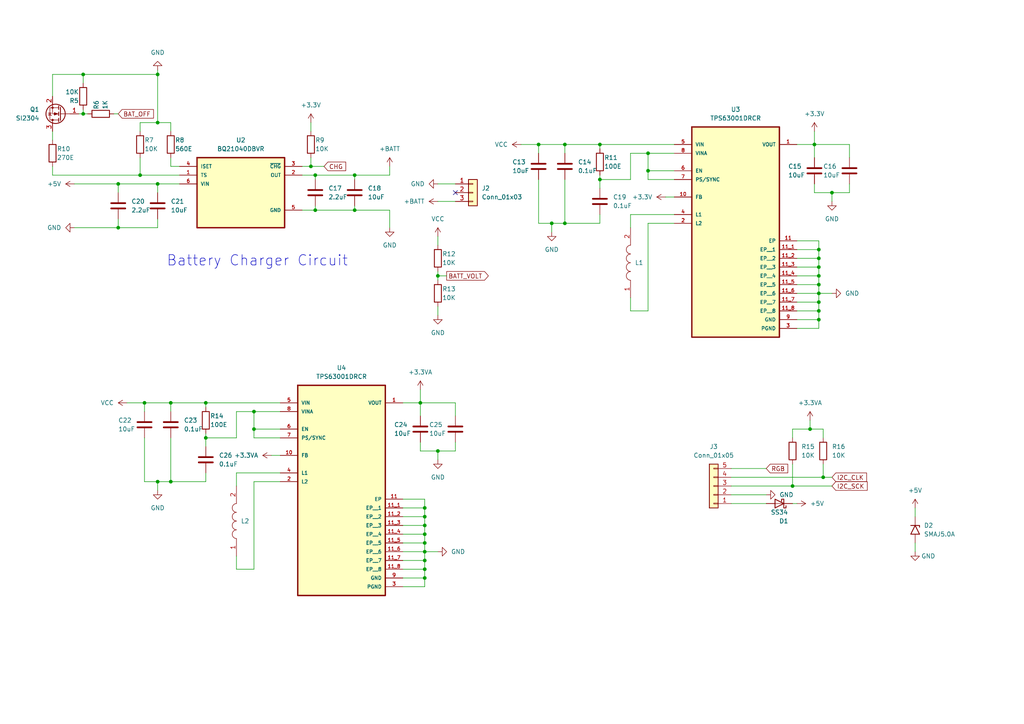
<source format=kicad_sch>
(kicad_sch (version 20230121) (generator eeschema)
  (paper "A4")
  (lib_symbols
    (symbol "Connector_Generic:Conn_01x03" (pin_names (offset 1.016) hide)
      (property "Reference" "J" (at 0 5.08 0))
      (property "Value" "Conn_01x03" (at 0 -5.08 0))
      (symbol "Conn_01x03_1_1"
        (rectangle (start -1.27 -2.413) (end 0 -2.667) (stroke (width 0.1524)))
        (rectangle (start -1.27 0.127) (end 0 -0.127) (stroke (width 0.1524)))
        (rectangle (start -1.27 2.667) (end 0 2.413) (stroke (width 0.1524)))
        (rectangle (start -1.27 3.81) (end 1.27 -3.81) (stroke (width 0.254)) (fill (type background)))
        (pin passive line (at -5.08 2.54 0) (length 3.81) (name "Pin_1") (number "1"))
        (pin passive line (at -5.08 0 0) (length 3.81) (name "Pin_2") (number "2"))
        (pin passive line (at -5.08 -2.54 0) (length 3.81) (name "Pin_3") (number "3"))
      )
    )
    (symbol "Connector_Generic:Conn_01x05" (pin_names (offset 1.016) hide)
      (property "Reference" "J" (at 0 7.62 0))
      (property "Value" "Conn_01x05" (at 0 -7.62 0))
      (symbol "Conn_01x05_1_1"
        (rectangle (start -1.27 -4.953) (end 0 -5.207) (stroke (width 0.1524)))
        (rectangle (start -1.27 -2.413) (end 0 -2.667) (stroke (width 0.1524)))
        (rectangle (start -1.27 0.127) (end 0 -0.127) (stroke (width 0.1524)))
        (rectangle (start -1.27 2.667) (end 0 2.413) (stroke (width 0.1524)))
        (rectangle (start -1.27 5.207) (end 0 4.953) (stroke (width 0.1524)))
        (rectangle (start -1.27 6.35) (end 1.27 -6.35) (stroke (width 0.254)) (fill (type background)))
        (pin passive line (at -5.08 5.08 0) (length 3.81) (name "Pin_1") (number "1"))
        (pin passive line (at -5.08 2.54 0) (length 3.81) (name "Pin_2") (number "2"))
        (pin passive line (at -5.08 0 0) (length 3.81) (name "Pin_3") (number "3"))
        (pin passive line (at -5.08 -2.54 0) (length 3.81) (name "Pin_4") (number "4"))
        (pin passive line (at -5.08 -5.08 0) (length 3.81) (name "Pin_5") (number "5"))
      )
    )
    (symbol "Device:C" (pin_numbers hide) (pin_names (offset 0.254))
      (property "Reference" "C" (at 0.635 2.54 0))
      (property "Value" "C" (at 0.635 -2.54 0))
      (symbol "C_0_1"
        (polyline (pts (xy -2.032 -0.762) (xy 2.032 -0.762)) (stroke (width 0.508)))
        (polyline (pts (xy -2.032 0.762) (xy 2.032 0.762)) (stroke (width 0.508)))
      )
      (symbol "C_1_1"
        (pin passive line (at 0 3.81 270) (length 2.794) (name "~") (number "1"))
        (pin passive line (at 0 -3.81 90) (length 2.794) (name "~") (number "2"))
      )
    )
    (symbol "Device:D_Schottky" (pin_numbers hide) (pin_names (offset 1.016) hide)
      (property "Reference" "D" (at 0 2.54 0))
      (property "Value" "D_Schottky" (at 0 -2.54 0))
      (symbol "D_Schottky_0_1"
        (polyline (pts (xy 1.27 0) (xy -1.27 0)))
        (polyline (pts (xy 1.27 1.27) (xy 1.27 -1.27) (xy -1.27 0) (xy 1.27 1.27)) (stroke (width 0.254)))
        (polyline (pts (xy -1.905 0.635) (xy -1.905 1.27) (xy -1.27 1.27) (xy -1.27 -1.27) (xy -0.635 -1.27) (xy -0.635 -0.635)) (stroke (width 0.254)))
      )
      (symbol "D_Schottky_1_1"
        (pin passive line (at -3.81 0 0) (length 2.54) (name "K") (number "1"))
        (pin passive line (at 3.81 0 180) (length 2.54) (name "A") (number "2"))
      )
    )
    (symbol "Device:Q_NMOS_GSD" (pin_names (offset 0) hide)
      (property "Reference" "Q" (at 5.08 1.27 0))
      (property "Value" "Q_NMOS_GSD" (at 5.08 -1.27 0))
      (symbol "Q_NMOS_GSD_0_1"
        (polyline (pts (xy 0.254 0) (xy -2.54 0)))
        (polyline (pts (xy 0.254 1.905) (xy 0.254 -1.905)) (stroke (width 0.254)))
        (polyline (pts (xy 0.762 -1.27) (xy 0.762 -2.286)) (stroke (width 0.254)))
        (polyline (pts (xy 0.762 0.508) (xy 0.762 -0.508)) (stroke (width 0.254)))
        (polyline (pts (xy 0.762 2.286) (xy 0.762 1.27)) (stroke (width 0.254)))
        (polyline (pts (xy 2.54 2.54) (xy 2.54 1.778)))
        (polyline (pts (xy 2.54 -2.54) (xy 2.54 0) (xy 0.762 0)))
        (polyline (pts (xy 0.762 -1.778) (xy 3.302 -1.778) (xy 3.302 1.778) (xy 0.762 1.778)))
        (polyline (pts (xy 1.016 0) (xy 2.032 0.381) (xy 2.032 -0.381) (xy 1.016 0)) (fill (type outline)))
        (polyline (pts (xy 2.794 0.508) (xy 2.921 0.381) (xy 3.683 0.381) (xy 3.81 0.254)))
        (polyline (pts (xy 3.302 0.381) (xy 2.921 -0.254) (xy 3.683 -0.254) (xy 3.302 0.381)))
        (circle (center 1.651 0) (radius 2.794) (stroke (width 0.254)))
        (circle (center 2.54 -1.778) (radius 0.254) (fill (type outline)))
        (circle (center 2.54 1.778) (radius 0.254) (fill (type outline)))
      )
      (symbol "Q_NMOS_GSD_1_1"
        (pin input line (at -5.08 0 0) (length 2.54) (name "G") (number "1"))
        (pin passive line (at 2.54 -5.08 90) (length 2.54) (name "S") (number "2"))
        (pin passive line (at 2.54 5.08 270) (length 2.54) (name "D") (number "3"))
      )
    )
    (symbol "Device:R" (pin_numbers hide) (pin_names (offset 0))
      (property "Reference" "R" (at 2.032 0 90))
      (property "Value" "R" (at 0 0 90))
      (symbol "R_0_1"
        (rectangle (start -1.016 -2.54) (end 1.016 2.54) (stroke (width 0.254)))
      )
      (symbol "R_1_1"
        (pin passive line (at 0 3.81 270) (length 1.27) (name "~") (number "1"))
        (pin passive line (at 0 -3.81 90) (length 1.27) (name "~") (number "2"))
      )
    )
    (symbol "Diode:SMAJ5.0A" (pin_numbers hide) (pin_names (offset 1.016) hide)
      (property "Reference" "D" (at 0 2.54 0))
      (property "Value" "SMAJ5.0A" (at 0 -2.54 0))
      (symbol "SMAJ5.0A_0_1"
        (polyline (pts (xy -0.762 1.27) (xy -1.27 1.27) (xy -1.27 -1.27)) (stroke (width 0.254)))
        (polyline (pts (xy 1.27 1.27) (xy 1.27 -1.27) (xy -1.27 0) (xy 1.27 1.27)) (stroke (width 0.254)))
      )
      (symbol "SMAJ5.0A_1_1"
        (pin passive line (at -3.81 0 0) (length 2.54) (name "A1") (number "1"))
        (pin passive line (at 3.81 0 180) (length 2.54) (name "A2") (number "2"))
      )
    )
    (symbol "Dotworld:BQ21040DBVR" (pin_names (offset 1.016))
      (property "Reference" "U" (at -12.7 11.16 0))
      (property "Value" "BQ21040DBVR" (at -12.7 -14.16 0))
      (symbol "BQ21040DBVR_0_0"
        (rectangle (start -12.7 -10.16) (end 12.7 10.16) (stroke (width 0.41)) (fill (type background)))
        (pin input line (at -17.78 5.08 0) (length 5.08) (name "TS") (number "1"))
        (pin output line (at 17.78 5.08 180) (length 5.08) (name "OUT") (number "2"))
        (pin output line (at 17.78 7.62 180) (length 5.08) (name "~{CHG}") (number "3"))
        (pin input line (at -17.78 7.62 0) (length 5.08) (name "ISET") (number "4"))
        (pin power_in line (at 17.78 -5.08 180) (length 5.08) (name "GND") (number "5"))
        (pin input line (at -17.78 2.54 0) (length 5.08) (name "VIN") (number "6"))
      )
    )
    (symbol "Dotworld:TPS63000DRCR" (pin_names (offset 1.016))
      (property "Reference" "U" (at -12.6278 20.8063 0))
      (property "Value" "TPS63000DRCR" (at -12.8025 -43.1601 0))
      (symbol "TPS63000DRCR_0_0"
        (rectangle (start -12.7 -40.64) (end 12.7 20.32) (stroke (width 0.4064)) (fill (type background)))
        (pin output line (at 17.78 15.24 180) (length 5.08) (name "VOUT") (number "1"))
        (pin input line (at -17.78 0 0) (length 5.08) (name "FB") (number "10"))
        (pin power_in line (at 17.78 -12.7 180) (length 5.08) (name "EP") (number "11"))
        (pin power_in line (at 17.78 -15.24 180) (length 5.08) (name "EP__1") (number "11_1"))
        (pin power_in line (at 17.78 -17.78 180) (length 5.08) (name "EP__2") (number "11_2"))
        (pin power_in line (at 17.78 -20.32 180) (length 5.08) (name "EP__3") (number "11_3"))
        (pin power_in line (at 17.78 -22.86 180) (length 5.08) (name "EP__4") (number "11_4"))
        (pin power_in line (at 17.78 -25.4 180) (length 5.08) (name "EP__5") (number "11_5"))
        (pin power_in line (at 17.78 -27.94 180) (length 5.08) (name "EP__6") (number "11_6"))
        (pin power_in line (at 17.78 -30.48 180) (length 5.08) (name "EP__7") (number "11_7"))
        (pin power_in line (at 17.78 -33.02 180) (length 5.08) (name "EP__8") (number "11_8"))
        (pin input line (at -17.78 -7.62 0) (length 5.08) (name "L2") (number "2"))
        (pin power_in line (at 17.78 -38.1 180) (length 5.08) (name "PGND") (number "3"))
        (pin input line (at -17.78 -5.08 0) (length 5.08) (name "L1") (number "4"))
        (pin input line (at -17.78 15.24 0) (length 5.08) (name "VIN") (number "5"))
        (pin input line (at -17.78 7.62 0) (length 5.08) (name "EN") (number "6"))
        (pin input line (at -17.78 5.08 0) (length 5.08) (name "PS/SYNC") (number "7"))
        (pin input line (at -17.78 12.7 0) (length 5.08) (name "VINA") (number "8"))
        (pin power_in line (at 17.78 -35.56 180) (length 5.08) (name "GND") (number "9"))
      )
    )
    (symbol "Symbols:SRN8040-100M_INDUC" (pin_names (offset 0.762))
      (property "Reference" "L" (at 16.51 6.35 0))
      (symbol "SRN8040-100M_INDUC_0_0"
        (pin passive line (at -10.16 0 0) (length 5.08) (name "~") (number "1"))
        (pin passive line (at 10.16 0 180) (length 5.08) (name "~") (number "2"))
      )
      (symbol "SRN8040-100M_INDUC_0_1"
        (arc (start -2.54 0) (mid -3.81 1.2202) (end -5.08 0) (stroke (width 0.1524)))
        (arc (start 0 0) (mid -1.27 1.2202) (end -2.54 0) (stroke (width 0.1524)))
        (arc (start 2.54 0) (mid 1.27 1.2202) (end 0 0) (stroke (width 0.1524)))
        (arc (start 5.08 0) (mid 3.81 1.2202) (end 2.54 0) (stroke (width 0.1524)))
      )
    )
    (symbol "VCC_1" (power) (pin_names (offset 0))
      (property "Value" "VCC_1" (at 0 3.81 0))
      (symbol "VCC_1_0_1"
        (polyline (pts (xy -0.762 1.27) (xy 0 2.54)))
        (polyline (pts (xy 0 0) (xy 0 2.54)))
        (polyline (pts (xy 0 2.54) (xy 0.762 1.27)))
      )
      (symbol "VCC_1_1_1"
        (pin power_in line (at 0 0 90) (length 0) hide (name "VCC") (number "1"))
      )
    )
    (symbol "power:+3.3V" (power) (pin_names (offset 0))
      (property "Value" "+3.3V" (at 0 3.556 0))
      (symbol "+3.3V_0_1"
        (polyline (pts (xy -0.762 1.27) (xy 0 2.54)))
        (polyline (pts (xy 0 0) (xy 0 2.54)))
        (polyline (pts (xy 0 2.54) (xy 0.762 1.27)))
      )
      (symbol "+3.3V_1_1"
        (pin power_in line (at 0 0 90) (length 0) hide (name "+3.3V") (number "1"))
      )
    )
    (symbol "power:+3.3VA" (power) (pin_names (offset 0))
      (property "Value" "+3.3VA" (at 0 3.556 0))
      (symbol "+3.3VA_0_1"
        (polyline (pts (xy -0.762 1.27) (xy 0 2.54)))
        (polyline (pts (xy 0 0) (xy 0 2.54)))
        (polyline (pts (xy 0 2.54) (xy 0.762 1.27)))
      )
      (symbol "+3.3VA_1_1"
        (pin power_in line (at 0 0 90) (length 0) hide (name "+3.3VA") (number "1"))
      )
    )
    (symbol "power:+5V" (power) (pin_names (offset 0))
      (property "Value" "+5V" (at 0 3.556 0))
      (symbol "+5V_0_1"
        (polyline (pts (xy -0.762 1.27) (xy 0 2.54)))
        (polyline (pts (xy 0 0) (xy 0 2.54)))
        (polyline (pts (xy 0 2.54) (xy 0.762 1.27)))
      )
      (symbol "+5V_1_1"
        (pin power_in line (at 0 0 90) (length 0) hide (name "+5V") (number "1"))
      )
    )
    (symbol "power:+BATT" (power) (pin_names (offset 0))
      (property "Value" "+BATT" (at 0 3.556 0))
      (symbol "+BATT_0_1"
        (polyline (pts (xy -0.762 1.27) (xy 0 2.54)))
        (polyline (pts (xy 0 0) (xy 0 2.54)))
        (polyline (pts (xy 0 2.54) (xy 0.762 1.27)))
      )
      (symbol "+BATT_1_1"
        (pin power_in line (at 0 0 90) (length 0) hide (name "+BATT") (number "1"))
      )
    )
    (symbol "power:GND" (power) (pin_names (offset 0))
      (property "Value" "GND" (at 0 -3.81 0))
      (symbol "GND_0_1"
        (polyline (pts (xy 0 0) (xy 0 -1.27) (xy 1.27 -1.27) (xy 0 -2.54) (xy -1.27 -1.27) (xy 0 -1.27)))
      )
      (symbol "GND_1_1"
        (pin power_in line (at 0 0 270) (length 0) hide (name "GND") (number "1"))
      )
    )
    (symbol "power:VCC" (power) (pin_names (offset 0))
      (property "Value" "VCC" (at 0 3.81 0))
      (symbol "VCC_0_1"
        (polyline (pts (xy -0.762 1.27) (xy 0 2.54)))
        (polyline (pts (xy 0 0) (xy 0 2.54)))
        (polyline (pts (xy 0 2.54) (xy 0.762 1.27)))
      )
      (symbol "VCC_1_1"
        (pin power_in line (at 0 0 90) (length 0) hide (name "VCC") (number "1"))
      )
    )
  )
  (junction (at 73.66 119.38))
  (junction (at 229.87 140.97))
  (junction (at 127 130.81))
  (junction (at 49.53 139.7))
  (junction (at 237.49 80.01))
  (junction (at 123.19 147.32))
  (junction (at 173.99 52.07))
  (junction (at 90.17 48.26))
  (junction (at 91.44 60.96))
  (junction (at 163.83 41.91))
  (junction (at 24.13 33.02))
  (junction (at 163.83 64.77))
  (junction (at 59.69 127))
  (junction (at 187.96 49.53))
  (junction (at 45.72 35.56))
  (junction (at 237.49 87.63))
  (junction (at 173.99 41.91))
  (junction (at 123.19 160.02))
  (junction (at 24.13 21.59))
  (junction (at 241.3 55.88))
  (junction (at 49.53 116.84))
  (junction (at 238.76 138.43))
  (junction (at 156.21 41.91))
  (junction (at 123.19 167.64))
  (junction (at 41.91 116.84))
  (junction (at 237.49 92.71))
  (junction (at 91.44 50.8))
  (junction (at 102.87 50.8))
  (junction (at 123.19 157.48))
  (junction (at 237.49 82.55))
  (junction (at 121.92 116.84))
  (junction (at 237.49 90.17))
  (junction (at 34.29 66.04))
  (junction (at 234.95 124.46))
  (junction (at 34.29 53.34))
  (junction (at 45.72 139.7))
  (junction (at 123.19 165.1))
  (junction (at 59.69 116.84))
  (junction (at 123.19 154.94))
  (junction (at 102.87 60.96))
  (junction (at 123.19 152.4))
  (junction (at 45.72 53.34))
  (junction (at 45.72 21.59))
  (junction (at 127 80.01))
  (junction (at 236.22 41.91))
  (junction (at 40.64 50.8))
  (junction (at 187.96 44.45))
  (junction (at 73.66 124.46))
  (junction (at 123.19 162.56))
  (junction (at 123.19 149.86))
  (junction (at 237.49 74.93))
  (junction (at 160.02 64.77))
  (junction (at 237.49 85.09))
  (junction (at 237.49 72.39))
  (junction (at 237.49 77.47))
  (no_connect (at 132.08 55.88))
  (wire (pts (xy 102.87 50.8) (xy 102.87 52.07)))
  (wire (pts (xy 49.53 139.7) (xy 49.53 127)))
  (wire (pts (xy 237.49 69.85) (xy 237.49 72.39)))
  (wire (pts (xy 116.84 154.94) (xy 123.19 154.94)))
  (wire (pts (xy 123.19 162.56) (xy 123.19 165.1)))
  (wire (pts (xy 59.69 116.84) (xy 59.69 118.11)))
  (wire (pts (xy 237.49 87.63) (xy 237.49 90.17)))
  (wire (pts (xy 49.53 116.84) (xy 49.53 119.38)))
  (wire (pts (xy 156.21 64.77) (xy 160.02 64.77)))
  (wire (pts (xy 34.29 53.34) (xy 34.29 55.88)))
  (wire (pts (xy 90.17 48.26) (xy 90.17 45.72)))
  (wire (pts (xy 45.72 63.5) (xy 45.72 66.04)))
  (wire (pts (xy 182.88 62.23) (xy 195.58 62.23)))
  (wire (pts (xy 231.14 80.01) (xy 237.49 80.01)))
  (wire (pts (xy 116.84 160.02) (xy 123.19 160.02)))
  (wire (pts (xy 173.99 41.91) (xy 195.58 41.91)))
  (wire (pts (xy 237.49 80.01) (xy 237.49 82.55)))
  (wire (pts (xy 127 53.34) (xy 132.08 53.34)))
  (wire (pts (xy 156.21 52.07) (xy 156.21 64.77)))
  (wire (pts (xy 231.14 41.91) (xy 236.22 41.91)))
  (wire (pts (xy 123.19 154.94) (xy 123.19 157.48)))
  (wire (pts (xy 123.19 152.4) (xy 123.19 154.94)))
  (wire (pts (xy 123.19 160.02) (xy 123.19 162.56)))
  (wire (pts (xy 73.66 124.46) (xy 73.66 127)))
  (wire (pts (xy 231.14 72.39) (xy 237.49 72.39)))
  (wire (pts (xy 121.92 113.03) (xy 121.92 116.84)))
  (wire (pts (xy 123.19 167.64) (xy 123.19 170.18)))
  (wire (pts (xy 123.19 165.1) (xy 123.19 167.64)))
  (wire (pts (xy 113.03 48.26) (xy 113.03 50.8)))
  (wire (pts (xy 236.22 53.34) (xy 236.22 55.88)))
  (wire (pts (xy 237.49 92.71) (xy 237.49 95.25)))
  (wire (pts (xy 163.83 64.77) (xy 163.83 52.07)))
  (wire (pts (xy 238.76 134.62) (xy 238.76 138.43)))
  (wire (pts (xy 236.22 38.1) (xy 236.22 41.91)))
  (wire (pts (xy 241.3 55.88) (xy 241.3 58.42)))
  (wire (pts (xy 182.88 66.04) (xy 182.88 62.23)))
  (wire (pts (xy 52.07 50.8) (xy 40.64 50.8)))
  (wire (pts (xy 116.84 149.86) (xy 123.19 149.86)))
  (wire (pts (xy 127 80.01) (xy 129.54 80.01)))
  (wire (pts (xy 45.72 21.59) (xy 45.72 35.56)))
  (wire (pts (xy 238.76 138.43) (xy 241.3 138.43)))
  (wire (pts (xy 45.72 53.34) (xy 52.07 53.34)))
  (wire (pts (xy 52.07 48.26) (xy 49.53 48.26)))
  (wire (pts (xy 49.53 116.84) (xy 59.69 116.84)))
  (wire (pts (xy 40.64 38.1) (xy 40.64 35.56)))
  (wire (pts (xy 73.66 119.38) (xy 73.66 124.46)))
  (wire (pts (xy 116.84 165.1) (xy 123.19 165.1)))
  (wire (pts (xy 22.86 33.02) (xy 24.13 33.02)))
  (wire (pts (xy 132.08 116.84) (xy 132.08 120.65)))
  (wire (pts (xy 241.3 55.88) (xy 246.38 55.88)))
  (wire (pts (xy 212.09 135.89) (xy 222.25 135.89)))
  (wire (pts (xy 49.53 48.26) (xy 49.53 45.72)))
  (wire (pts (xy 187.96 52.07) (xy 195.58 52.07)))
  (wire (pts (xy 121.92 116.84) (xy 121.92 120.65)))
  (wire (pts (xy 68.58 119.38) (xy 73.66 119.38)))
  (wire (pts (xy 231.14 69.85) (xy 237.49 69.85)))
  (wire (pts (xy 160.02 67.31) (xy 160.02 64.77)))
  (wire (pts (xy 163.83 41.91) (xy 163.83 44.45)))
  (wire (pts (xy 68.58 127) (xy 68.58 119.38)))
  (wire (pts (xy 127 68.58) (xy 127 71.12)))
  (wire (pts (xy 116.84 152.4) (xy 123.19 152.4)))
  (wire (pts (xy 90.17 48.26) (xy 93.98 48.26)))
  (wire (pts (xy 127 78.74) (xy 127 80.01)))
  (wire (pts (xy 231.14 92.71) (xy 237.49 92.71)))
  (wire (pts (xy 173.99 52.07) (xy 173.99 54.61)))
  (wire (pts (xy 265.43 147.32) (xy 265.43 149.86)))
  (wire (pts (xy 15.24 21.59) (xy 15.24 27.94)))
  (wire (pts (xy 182.88 52.07) (xy 182.88 44.45)))
  (wire (pts (xy 41.91 127) (xy 41.91 139.7)))
  (wire (pts (xy 21.59 66.04) (xy 34.29 66.04)))
  (wire (pts (xy 113.03 66.04) (xy 113.03 60.96)))
  (wire (pts (xy 182.88 90.17) (xy 182.88 86.36)))
  (wire (pts (xy 231.14 74.93) (xy 237.49 74.93)))
  (wire (pts (xy 73.66 127) (xy 81.28 127)))
  (wire (pts (xy 231.14 87.63) (xy 237.49 87.63)))
  (wire (pts (xy 24.13 24.13) (xy 24.13 21.59)))
  (wire (pts (xy 59.69 125.73) (xy 59.69 127)))
  (wire (pts (xy 45.72 20.32) (xy 45.72 21.59)))
  (wire (pts (xy 36.83 116.84) (xy 41.91 116.84)))
  (wire (pts (xy 127 58.42) (xy 132.08 58.42)))
  (wire (pts (xy 15.24 38.1) (xy 15.24 40.64)))
  (wire (pts (xy 156.21 44.45) (xy 156.21 41.91)))
  (wire (pts (xy 45.72 139.7) (xy 49.53 139.7)))
  (wire (pts (xy 123.19 149.86) (xy 123.19 152.4)))
  (wire (pts (xy 237.49 90.17) (xy 237.49 92.71)))
  (wire (pts (xy 237.49 77.47) (xy 237.49 80.01)))
  (wire (pts (xy 73.66 165.1) (xy 68.58 165.1)))
  (wire (pts (xy 102.87 60.96) (xy 113.03 60.96)))
  (wire (pts (xy 163.83 64.77) (xy 173.99 64.77)))
  (wire (pts (xy 41.91 119.38) (xy 41.91 116.84)))
  (wire (pts (xy 187.96 49.53) (xy 195.58 49.53)))
  (wire (pts (xy 246.38 55.88) (xy 246.38 53.34)))
  (wire (pts (xy 127 130.81) (xy 132.08 130.81)))
  (wire (pts (xy 73.66 124.46) (xy 81.28 124.46)))
  (wire (pts (xy 87.63 48.26) (xy 90.17 48.26)))
  (wire (pts (xy 34.29 63.5) (xy 34.29 66.04)))
  (wire (pts (xy 116.84 162.56) (xy 123.19 162.56)))
  (wire (pts (xy 187.96 44.45) (xy 195.58 44.45)))
  (wire (pts (xy 231.14 146.05) (xy 229.87 146.05)))
  (wire (pts (xy 173.99 52.07) (xy 182.88 52.07)))
  (wire (pts (xy 87.63 60.96) (xy 91.44 60.96)))
  (wire (pts (xy 187.96 44.45) (xy 187.96 49.53)))
  (wire (pts (xy 123.19 157.48) (xy 123.19 160.02)))
  (wire (pts (xy 33.02 33.02) (xy 34.29 33.02)))
  (wire (pts (xy 236.22 55.88) (xy 241.3 55.88)))
  (wire (pts (xy 15.24 48.26) (xy 15.24 50.8)))
  (wire (pts (xy 127 91.44) (xy 127 88.9)))
  (wire (pts (xy 41.91 139.7) (xy 45.72 139.7)))
  (wire (pts (xy 116.84 167.64) (xy 123.19 167.64)))
  (wire (pts (xy 231.14 82.55) (xy 237.49 82.55)))
  (wire (pts (xy 156.21 41.91) (xy 163.83 41.91)))
  (wire (pts (xy 15.24 21.59) (xy 24.13 21.59)))
  (wire (pts (xy 59.69 139.7) (xy 59.69 137.16)))
  (wire (pts (xy 123.19 160.02) (xy 127 160.02)))
  (wire (pts (xy 132.08 130.81) (xy 132.08 128.27)))
  (wire (pts (xy 187.96 90.17) (xy 182.88 90.17)))
  (wire (pts (xy 231.14 95.25) (xy 237.49 95.25)))
  (wire (pts (xy 212.09 146.05) (xy 222.25 146.05)))
  (wire (pts (xy 34.29 66.04) (xy 45.72 66.04)))
  (wire (pts (xy 127 130.81) (xy 127 133.35)))
  (wire (pts (xy 49.53 35.56) (xy 49.53 38.1)))
  (wire (pts (xy 116.84 147.32) (xy 123.19 147.32)))
  (wire (pts (xy 24.13 33.02) (xy 25.4 33.02)))
  (wire (pts (xy 21.59 53.34) (xy 34.29 53.34)))
  (wire (pts (xy 231.14 90.17) (xy 237.49 90.17)))
  (wire (pts (xy 121.92 116.84) (xy 132.08 116.84)))
  (wire (pts (xy 78.74 132.08) (xy 81.28 132.08)))
  (wire (pts (xy 68.58 140.97) (xy 68.58 137.16)))
  (wire (pts (xy 73.66 119.38) (xy 81.28 119.38)))
  (wire (pts (xy 45.72 35.56) (xy 49.53 35.56)))
  (wire (pts (xy 212.09 140.97) (xy 229.87 140.97)))
  (wire (pts (xy 81.28 139.7) (xy 73.66 139.7)))
  (wire (pts (xy 123.19 147.32) (xy 123.19 149.86)))
  (wire (pts (xy 238.76 124.46) (xy 238.76 127)))
  (wire (pts (xy 193.04 57.15) (xy 195.58 57.15)))
  (wire (pts (xy 237.49 74.93) (xy 237.49 77.47)))
  (wire (pts (xy 91.44 50.8) (xy 91.44 52.07)))
  (wire (pts (xy 173.99 50.8) (xy 173.99 52.07)))
  (wire (pts (xy 24.13 31.75) (xy 24.13 33.02)))
  (wire (pts (xy 91.44 60.96) (xy 102.87 60.96)))
  (wire (pts (xy 212.09 143.51) (xy 222.25 143.51)))
  (wire (pts (xy 123.19 144.78) (xy 123.19 147.32)))
  (wire (pts (xy 45.72 142.24) (xy 45.72 139.7)))
  (wire (pts (xy 121.92 128.27) (xy 121.92 130.81)))
  (wire (pts (xy 212.09 138.43) (xy 238.76 138.43)))
  (wire (pts (xy 231.14 77.47) (xy 237.49 77.47)))
  (wire (pts (xy 91.44 59.69) (xy 91.44 60.96)))
  (wire (pts (xy 91.44 50.8) (xy 102.87 50.8)))
  (wire (pts (xy 234.95 124.46) (xy 238.76 124.46)))
  (wire (pts (xy 15.24 50.8) (xy 40.64 50.8)))
  (wire (pts (xy 237.49 72.39) (xy 237.49 74.93)))
  (wire (pts (xy 59.69 127) (xy 59.69 129.54)))
  (wire (pts (xy 68.58 137.16) (xy 81.28 137.16)))
  (wire (pts (xy 237.49 85.09) (xy 237.49 87.63)))
  (wire (pts (xy 59.69 127) (xy 68.58 127)))
  (wire (pts (xy 187.96 64.77) (xy 187.96 90.17)))
  (wire (pts (xy 102.87 59.69) (xy 102.87 60.96)))
  (wire (pts (xy 229.87 127) (xy 229.87 124.46)))
  (wire (pts (xy 173.99 41.91) (xy 173.99 43.18)))
  (wire (pts (xy 234.95 121.92) (xy 234.95 124.46)))
  (wire (pts (xy 34.29 53.34) (xy 45.72 53.34)))
  (wire (pts (xy 231.14 85.09) (xy 237.49 85.09)))
  (wire (pts (xy 102.87 50.8) (xy 113.03 50.8)))
  (wire (pts (xy 182.88 44.45) (xy 187.96 44.45)))
  (wire (pts (xy 41.91 116.84) (xy 49.53 116.84)))
  (wire (pts (xy 24.13 21.59) (xy 45.72 21.59)))
  (wire (pts (xy 187.96 49.53) (xy 187.96 52.07)))
  (wire (pts (xy 59.69 116.84) (xy 81.28 116.84)))
  (wire (pts (xy 49.53 139.7) (xy 59.69 139.7)))
  (wire (pts (xy 246.38 41.91) (xy 246.38 45.72)))
  (wire (pts (xy 241.3 140.97) (xy 229.87 140.97)))
  (wire (pts (xy 116.84 157.48) (xy 123.19 157.48)))
  (wire (pts (xy 229.87 124.46) (xy 234.95 124.46)))
  (wire (pts (xy 127 80.01) (xy 127 81.28)))
  (wire (pts (xy 116.84 144.78) (xy 123.19 144.78)))
  (wire (pts (xy 90.17 35.56) (xy 90.17 38.1)))
  (wire (pts (xy 87.63 50.8) (xy 91.44 50.8)))
  (wire (pts (xy 40.64 35.56) (xy 45.72 35.56)))
  (wire (pts (xy 116.84 116.84) (xy 121.92 116.84)))
  (wire (pts (xy 160.02 64.77) (xy 163.83 64.77)))
  (wire (pts (xy 73.66 139.7) (xy 73.66 165.1)))
  (wire (pts (xy 265.43 157.48) (xy 265.43 160.02)))
  (wire (pts (xy 229.87 134.62) (xy 229.87 140.97)))
  (wire (pts (xy 45.72 53.34) (xy 45.72 55.88)))
  (wire (pts (xy 236.22 41.91) (xy 236.22 45.72)))
  (wire (pts (xy 151.13 41.91) (xy 156.21 41.91)))
  (wire (pts (xy 237.49 85.09) (xy 241.3 85.09)))
  (wire (pts (xy 237.49 82.55) (xy 237.49 85.09)))
  (wire (pts (xy 173.99 64.77) (xy 173.99 62.23)))
  (wire (pts (xy 163.83 41.91) (xy 173.99 41.91)))
  (wire (pts (xy 121.92 130.81) (xy 127 130.81)))
  (wire (pts (xy 68.58 165.1) (xy 68.58 161.29)))
  (wire (pts (xy 116.84 170.18) (xy 123.19 170.18)))
  (wire (pts (xy 40.64 50.8) (xy 40.64 45.72)))
  (wire (pts (xy 195.58 64.77) (xy 187.96 64.77)))
  (wire (pts (xy 236.22 41.91) (xy 246.38 41.91)))
  (text "Battery Charger Circuit" (at 48.26 77.47 0) (effects (font (size 3 3)) (justify left bottom)))
  (global_label "BAT_OFF" (shape input) (at 34.29 33.02 0) (property "Intersheetrefs" "${INTERSHEET_REFS}" (effects hide)))
  (global_label "I2C_SCK" (shape input) (at 241.3 140.97 0) (property "Intersheetrefs" "${INTERSHEET_REFS}" (effects hide)))
  (global_label "CHG" (shape input) (at 93.98 48.26 0) (property "Intersheetrefs" "${INTERSHEET_REFS}" (effects hide)))
  (global_label "I2C_CLK" (shape input) (at 241.3 138.43 0) (property "Intersheetrefs" "${INTERSHEET_REFS}" (effects hide)))
  (global_label "RGB" (shape input) (at 222.25 135.89 0) (property "Intersheetrefs" "${INTERSHEET_REFS}" (effects hide)))
  (global_label "BATT_VOLT" (shape output) (at 129.54 80.01 0) (property "Intersheetrefs" "${INTERSHEET_REFS}" (effects hide)))
  (symbol (lib_id "Device:C") (at 156.21 48.26 0) (unit 1)
    (property "Reference" "C13" (at 148.59 46.99 0) (effects (justify left)))
    (property "Value" "10uF" (at 148.59 49.53 0) (effects (justify left)))
    (property "Footprint" "Capacitor_SMD:C_0603_1608Metric" (effects hide))
  )
  (symbol (lib_id "Device:C") (at 34.29 59.69 0) (unit 1)
    (property "Reference" "C20" (at 38.1 58.42 0) (effects (justify left)))
    (property "Value" "2.2uF" (at 38.1 60.96 0) (effects (justify left)))
    (property "Footprint" "Capacitor_SMD:C_0603_1608Metric" (effects hide))
  )
  (symbol (lib_id "Device:C") (at 91.44 55.88 0) (unit 1)
    (property "Reference" "C17" (at 95.25 54.61 0) (effects (justify left)))
    (property "Value" "2.2uF" (at 95.25 57.15 0) (effects (justify left)))
    (property "Footprint" "Capacitor_SMD:C_0603_1608Metric" (effects hide))
  )
  (symbol (lib_id "power:GND") (at 127 91.44 0) (unit 1)
    (property "Reference" "#PWR024" (effects hide))
    (property "Value" "GND" (at 127 96.52 0))
  )
  (symbol (lib_id "Device:R") (at 29.21 33.02 90) (unit 1)
    (property "Reference" "R6" (at 27.94 31.75 0) (effects (justify left)))
    (property "Value" "1K" (at 30.48 31.75 0) (effects (justify left)))
    (property "Footprint" "Resistor_SMD:R_0402_1005Metric" (effects hide))
  )
  (symbol (lib_id "Device:R") (at 15.24 44.45 0) (unit 1)
    (property "Reference" "R10" (at 16.51 43.18 0) (effects (justify left)))
    (property "Value" "270E" (at 16.51 45.72 0) (effects (justify left)))
    (property "Footprint" "Resistor_SMD:R_0402_1005Metric" (effects hide))
  )
  (symbol (lib_id "Dotworld:TPS63000DRCR") (at 213.36 57.15 0) (unit 1)
    (property "Reference" "U3" (at 213.36 31.75 0))
    (property "Value" "TPS63001DRCR" (at 213.36 34.29 0))
    (property "Footprint" "Dotworld:TPS63000DRCR" (effects hide))
    (property "PARTREV" "OCT 2015" (effects hide))
    (property "STANDARD" "Manufacturer Recommendation" (effects hide))
    (property "MANUFACTURER" "Texas Instruments" (effects hide))
  )
  (symbol (lib_id "power:GND") (at 222.25 143.51 90) (unit 1)
    (property "Reference" "#PWR031" (effects hide))
    (property "Value" "GND" (at 226.06 143.51 90) (effects (justify right)))
  )
  (symbol (lib_id "power:GND") (at 45.72 20.32 180) (unit 1)
    (property "Reference" "#PWR09" (effects hide))
    (property "Value" "GND" (at 45.72 15.24 0))
  )
  (symbol (lib_id "power:+5V") (at 231.14 146.05 270) (unit 1)
    (property "Reference" "#PWR032" (effects hide))
    (property "Value" "+5V" (at 234.95 146.05 90) (effects (justify left)))
  )
  (symbol (lib_id "Device:C") (at 236.22 49.53 0) (unit 1)
    (property "Reference" "C15" (at 228.6 48.26 0) (effects (justify left)))
    (property "Value" "10uF" (at 228.6 50.8 0) (effects (justify left)))
    (property "Footprint" "Capacitor_SMD:C_0603_1608Metric" (effects hide))
  )
  (symbol (lib_id "power:GND") (at 21.59 66.04 270) (unit 1)
    (property "Reference" "#PWR019" (effects hide))
    (property "Value" "GND" (at 17.78 66.04 90) (effects (justify right)))
  )
  (symbol (lib_id "Device:R") (at 229.87 130.81 0) (unit 1)
    (property "Reference" "R15" (at 232.41 129.54 0) (effects (justify left)))
    (property "Value" "10K" (at 232.41 132.08 0) (effects (justify left)))
    (property "Footprint" "Resistor_SMD:R_0402_1005Metric" (effects hide))
  )
  (symbol (lib_id "power:+BATT") (at 113.03 48.26 0) (unit 1)
    (property "Reference" "#PWR013" (effects hide))
    (property "Value" "+BATT" (at 113.03 43.18 0))
  )
  (symbol (lib_id "Diode:SMAJ5.0A") (at 265.43 153.67 270) (unit 1)
    (property "Reference" "D2" (at 267.97 152.4 90) (effects (justify left)))
    (property "Value" "SMAJ5.0A" (at 267.97 154.94 90) (effects (justify left)))
    (property "Footprint" "Diode_SMD:D_SMA" (effects hide))
    (property "Datasheet" "https://www.littelfuse.com/media?resourcetype=datasheets&itemid=75e32973-b177-4ee3-a0ff-cedaf1abdb93&filename=smaj-datasheet" (effects hide))
  )
  (symbol (lib_id "power:GND") (at 127 53.34 270) (unit 1)
    (property "Reference" "#PWR015" (effects hide))
    (property "Value" "GND" (at 123.19 53.34 90) (effects (justify right)))
  )
  (symbol (lib_id "Device:R") (at 90.17 41.91 0) (unit 1)
    (property "Reference" "R9" (at 91.44 40.64 0) (effects (justify left)))
    (property "Value" "10K" (at 91.44 43.18 0) (effects (justify left)))
    (property "Footprint" "Resistor_SMD:R_0402_1005Metric" (effects hide))
  )
  (symbol (lib_id "Device:Q_NMOS_GSD") (at 17.78 33.02 180) (unit 1)
    (property "Reference" "Q1" (at 11.43 31.75 0) (effects (justify left)))
    (property "Value" "SI2304" (at 11.43 34.29 0) (effects (justify left)))
    (property "Footprint" "Package_TO_SOT_SMD:SOT-23" (effects hide))
    (property "Part No" "SI2304DDS-T1-GE3" (effects hide))
  )
  (symbol (lib_id "power:GND") (at 265.43 160.02 0) (unit 1)
    (property "Reference" "#PWR035" (effects hide))
    (property "Value" "GND" (at 269.24 161.29 0))
  )
  (symbol (lib_id "power:GND") (at 113.03 66.04 0) (unit 1)
    (property "Reference" "#PWR020" (effects hide))
    (property "Value" "GND" (at 113.03 71.12 0))
  )
  (symbol (lib_id "Device:R") (at 127 85.09 0) (unit 1)
    (property "Reference" "R13" (at 128.27 83.82 0) (effects (justify left)))
    (property "Value" "10K" (at 128.27 86.36 0) (effects (justify left)))
    (property "Footprint" "Resistor_SMD:R_0402_1005Metric" (effects hide))
  )
  (symbol (lib_id "Device:R") (at 238.76 130.81 180) (unit 1)
    (property "Reference" "R16" (at 241.3 129.54 0) (effects (justify right)))
    (property "Value" "10K" (at 241.3 132.08 0) (effects (justify right)))
    (property "Footprint" "Resistor_SMD:R_0402_1005Metric" (effects hide))
  )
  (symbol (lib_id "Device:C") (at 132.08 124.46 0) (unit 1)
    (property "Reference" "C25" (at 124.46 123.19 0) (effects (justify left)))
    (property "Value" "10uF" (at 124.46 125.73 0) (effects (justify left)))
    (property "Footprint" "Capacitor_SMD:C_0603_1608Metric" (effects hide))
  )
  (symbol (lib_id "power:GND") (at 241.3 85.09 90) (unit 1)
    (property "Reference" "#PWR023" (effects hide))
    (property "Value" "GND" (at 245.11 85.09 90) (effects (justify right)))
  )
  (symbol (lib_id "Device:R") (at 173.99 46.99 0) (unit 1)
    (property "Reference" "R11" (at 175.26 45.72 0) (effects (justify left)))
    (property "Value" "100E" (at 175.26 48.26 0) (effects (justify left)))
    (property "Footprint" "Resistor_SMD:R_0402_1005Metric" (effects hide))
  )
  (symbol (lib_id "Device:C") (at 45.72 59.69 0) (unit 1)
    (property "Reference" "C21" (at 49.53 58.42 0) (effects (justify left)))
    (property "Value" "10uF" (at 49.53 60.96 0) (effects (justify left)))
    (property "Footprint" "Capacitor_SMD:C_0603_1608Metric" (effects hide))
  )
  (symbol (lib_id "power:+5V") (at 21.59 53.34 90) (unit 1)
    (property "Reference" "#PWR014" (effects hide))
    (property "Value" "+5V" (at 17.78 53.34 90) (effects (justify left)))
  )
  (symbol (lib_id "Device:R") (at 40.64 41.91 0) (unit 1)
    (property "Reference" "R7" (at 41.91 40.64 0) (effects (justify left)))
    (property "Value" "10K" (at 41.91 43.18 0) (effects (justify left)))
    (property "Footprint" "Resistor_SMD:R_0402_1005Metric" (effects hide))
  )
  (symbol (lib_id "Dotworld:BQ21040DBVR") (at 69.85 55.88 0) (unit 1)
    (property "Reference" "U2" (at 69.85 40.64 0))
    (property "Value" "BQ21040DBVR" (at 69.85 43.18 0))
    (property "Footprint" "Package_TO_SOT_SMD:SOT-23-6" (effects hide))
  )
  (symbol (lib_id "Device:C") (at 59.69 133.35 0) (unit 1)
    (property "Reference" "C26" (at 63.5 132.08 0) (effects (justify left)))
    (property "Value" "0.1uF" (at 63.5 134.62 0) (effects (justify left)))
    (property "Footprint" "Capacitor_SMD:C_0402_1005Metric" (effects hide))
  )
  (symbol (lib_id "Connector_Generic:Conn_01x03") (at 137.16 55.88 0) (unit 1)
    (property "Reference" "J2" (at 139.7 54.61 0) (effects (justify left)))
    (property "Value" "Conn_01x03" (at 139.7 57.15 0) (effects (justify left)))
    (property "Footprint" "Dotworld:jst 1.25 3 pole" (effects hide))
  )
  (symbol (lib_id "Device:C") (at 102.87 55.88 0) (unit 1)
    (property "Reference" "C18" (at 106.68 54.61 0) (effects (justify left)))
    (property "Value" "10uF" (at 106.68 57.15 0) (effects (justify left)))
    (property "Footprint" "Capacitor_SMD:C_0603_1608Metric" (effects hide))
  )
  (symbol (lib_id "Symbols:SRN8040-100M_INDUC") (at 68.58 151.13 90) (unit 1)
    (property "Reference" "L2" (at 69.85 151.13 90) (effects (justify right)))
    (property "Value" "2.2uH" (effects hide))
    (property "Footprint" "Footprints:IND_IHLP-2525CZ-01_VIS-M" (effects hide))
  )
  (symbol (lib_id "Device:C") (at 163.83 48.26 0) (unit 1)
    (property "Reference" "C14" (at 167.64 46.99 0) (effects (justify left)))
    (property "Value" "0.1uF" (at 167.64 49.53 0) (effects (justify left)))
    (property "Footprint" "Capacitor_SMD:C_0603_1608Metric" (effects hide))
  )
  (symbol (lib_id "Symbols:SRN8040-100M_INDUC") (at 182.88 76.2 90) (unit 1)
    (property "Reference" "L1" (at 184.15 76.2 90) (effects (justify right)))
    (property "Value" "SRN8040-100M_INDUC" (effects hide))
    (property "Footprint" "Footprints:IND_IHLP-2525CZ-01_VIS-M" (effects hide))
  )
  (symbol (lib_id "Device:R") (at 59.69 121.92 0) (unit 1)
    (property "Reference" "R14" (at 60.96 120.65 0) (effects (justify left)))
    (property "Value" "100E" (at 60.96 123.19 0) (effects (justify left)))
    (property "Footprint" "Resistor_SMD:R_0402_1005Metric" (effects hide))
  )
  (symbol (lib_id "power:+3.3VA") (at 234.95 121.92 0) (unit 1)
    (property "Reference" "#PWR027" (effects hide))
    (property "Value" "+3.3VA" (at 234.95 116.84 0))
  )
  (symbol (lib_id "power:GND") (at 127 133.35 0) (unit 1)
    (property "Reference" "#PWR029" (effects hide))
    (property "Value" "GND" (at 127 138.43 0))
  )
  (symbol (lib_id "power:GND") (at 241.3 58.42 0) (unit 1)
    (property "Reference" "#PWR018" (effects hide))
    (property "Value" "GND" (at 241.3 63.5 0))
  )
  (symbol (lib_id "power:+3.3V") (at 193.04 57.15 90) (unit 1)
    (property "Reference" "#PWR016" (effects hide))
    (property "Value" "+3.3V" (at 189.23 57.15 90) (effects (justify left)))
  )
  (symbol (lib_id "power:+5V") (at 265.43 147.32 0) (unit 1)
    (property "Reference" "#PWR033" (effects hide))
    (property "Value" "+5V" (at 265.43 142.24 0))
  )
  (symbol (lib_id "Device:C") (at 173.99 58.42 0) (unit 1)
    (property "Reference" "C19" (at 177.8 57.15 0) (effects (justify left)))
    (property "Value" "0.1uF" (at 177.8 59.69 0) (effects (justify left)))
    (property "Footprint" "Capacitor_SMD:C_0402_1005Metric" (effects hide))
  )
  (symbol (lib_id "power:+3.3V") (at 90.17 35.56 0) (unit 1)
    (property "Reference" "#PWR010" (effects hide))
    (property "Value" "+3.3V" (at 90.17 30.48 0))
  )
  (symbol (lib_id "power:+3.3V") (at 236.22 38.1 0) (unit 1)
    (property "Reference" "#PWR011" (effects hide))
    (property "Value" "+3.3V" (at 236.22 33.02 0))
  )
  (symbol (lib_id "Device:C") (at 246.38 49.53 0) (unit 1)
    (property "Reference" "C16" (at 238.76 48.26 0) (effects (justify left)))
    (property "Value" "10uF" (at 238.76 50.8 0) (effects (justify left)))
    (property "Footprint" "Capacitor_SMD:C_0603_1608Metric" (effects hide))
  )
  (symbol (lib_id "power:GND") (at 127 160.02 90) (unit 1)
    (property "Reference" "#PWR034" (effects hide))
    (property "Value" "GND" (at 130.81 160.02 90) (effects (justify right)))
  )
  (symbol (lib_id "power:GND") (at 160.02 67.31 0) (unit 1)
    (property "Reference" "#PWR021" (effects hide))
    (property "Value" "GND" (at 160.02 72.39 0))
  )
  (symbol (lib_id "Device:C") (at 41.91 123.19 0) (unit 1)
    (property "Reference" "C22" (at 34.29 121.92 0) (effects (justify left)))
    (property "Value" "10uF" (at 34.29 124.46 0) (effects (justify left)))
    (property "Footprint" "Capacitor_SMD:C_0603_1608Metric" (effects hide))
  )
  (symbol (lib_id "power:+3.3VA") (at 121.92 113.03 0) (unit 1)
    (property "Reference" "#PWR025" (effects hide))
    (property "Value" "+3.3VA" (at 121.92 107.95 0))
  )
  (symbol (lib_id "Dotworld:TPS63000DRCR") (at 99.06 132.08 0) (unit 1)
    (property "Reference" "U4" (at 99.06 106.68 0))
    (property "Value" "TPS63001DRCR" (at 99.06 109.22 0))
    (property "Footprint" "Dotworld:TPS63000DRCR" (effects hide))
    (property "PARTREV" "OCT 2015" (effects hide))
    (property "STANDARD" "Manufacturer Recommendation" (effects hide))
    (property "MANUFACTURER" "Texas Instruments" (effects hide))
  )
  (symbol (lib_id "Connector_Generic:Conn_01x05") (at 207.01 140.97 180) (unit 1)
    (property "Reference" "J3" (at 207.01 129.54 0))
    (property "Value" "Conn_01x05" (at 207.01 132.08 0))
    (property "Footprint" "Dotworld:JST-5P_1.25mm" (effects hide))
  )
  (symbol (lib_id "power:VCC") (at 36.83 116.84 90) (unit 1)
    (property "Reference" "#PWR026" (effects hide))
    (property "Value" "VCC" (at 33.02 116.84 90) (effects (justify left)))
  )
  (symbol (lib_id "Device:D_Schottky") (at 226.06 146.05 180) (unit 1)
    (property "Reference" "D1" (at 227.33 151.13 0))
    (property "Value" "SS34" (at 226.06 148.59 0))
    (property "Footprint" "Diode_SMD:D_SMA" (effects hide))
    (property "Populate" "Yes" (effects hide))
  )
  (symbol (lib_id "power:VCC") (at 151.13 41.91 90) (unit 1)
    (property "Reference" "#PWR012" (effects hide))
    (property "Value" "VCC" (at 147.32 41.91 90) (effects (justify left)))
  )
  (symbol (lib_id "Device:C") (at 49.53 123.19 0) (unit 1)
    (property "Reference" "C23" (at 53.34 121.92 0) (effects (justify left)))
    (property "Value" "0.1uF" (at 53.34 124.46 0) (effects (justify left)))
    (property "Footprint" "Capacitor_SMD:C_0603_1608Metric" (effects hide))
  )
  (symbol (lib_id "power:+BATT") (at 127 58.42 90) (unit 1)
    (property "Reference" "#PWR017" (effects hide))
    (property "Value" "+BATT" (at 123.19 58.42 90) (effects (justify left)))
  )
  (symbol (lib_id "power:GND") (at 45.72 142.24 0) (unit 1)
    (property "Reference" "#PWR030" (effects hide))
    (property "Value" "GND" (at 45.72 147.32 0))
  )
  (symbol (lib_name "VCC_1") (lib_id "power:VCC") (at 127 68.58 0) (unit 1)
    (property "Reference" "#PWR022" (effects hide))
    (property "Value" "VCC" (at 127 63.5 0))
  )
  (symbol (lib_id "Device:R") (at 24.13 27.94 180) (unit 1)
    (property "Reference" "R5" (at 22.86 29.21 0) (effects (justify left)))
    (property "Value" "10K" (at 22.86 26.67 0) (effects (justify left)))
    (property "Footprint" "Resistor_SMD:R_0402_1005Metric" (effects hide))
  )
  (symbol (lib_id "Device:R") (at 127 74.93 0) (unit 1)
    (property "Reference" "R12" (at 128.27 73.66 0) (effects (justify left)))
    (property "Value" "10K" (at 128.27 76.2 0) (effects (justify left)))
    (property "Footprint" "Resistor_SMD:R_0402_1005Metric" (effects hide))
  )
  (symbol (lib_id "Device:R") (at 49.53 41.91 0) (unit 1)
    (property "Reference" "R8" (at 50.8 40.64 0) (effects (justify left)))
    (property "Value" "560E" (at 50.8 43.18 0) (effects (justify left)))
    (property "Footprint" "Resistor_SMD:R_0402_1005Metric" (effects hide))
  )
  (symbol (lib_id "power:+3.3VA") (at 78.74 132.08 90) (unit 1)
    (property "Reference" "#PWR028" (effects hide))
    (property "Value" "+3.3VA" (at 74.93 132.08 90) (effects (justify left)))
  )
  (symbol (lib_id "Device:C") (at 121.92 124.46 0) (unit 1)
    (property "Reference" "C24" (at 114.3 123.19 0) (effects (justify left)))
    (property "Value" "10uF" (at 114.3 125.73 0) (effects (justify left)))
    (property "Footprint" "Capacitor_SMD:C_0603_1608Metric" (effects hide))
  )
)
</source>
